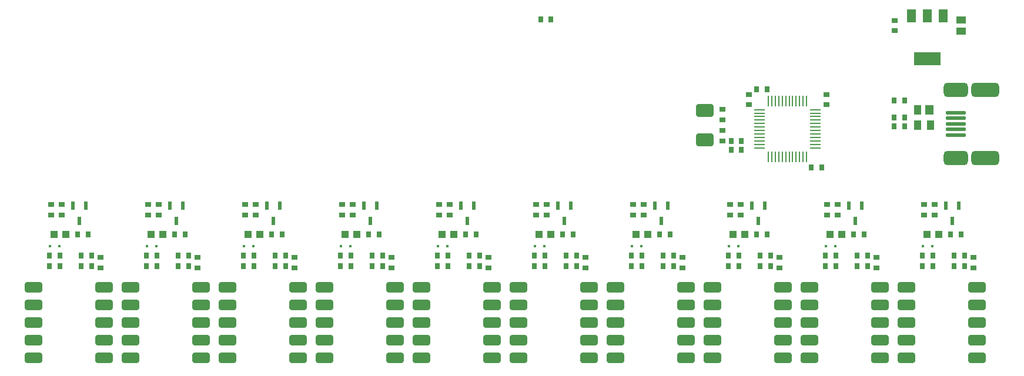
<source format=gtp>
G04 Layer_Color=7318015*
%FSAX44Y44*%
%MOMM*%
G71*
G01*
G75*
%ADD10R,0.7870X0.8680*%
G04:AMPARAMS|DCode=11|XSize=2.54mm|YSize=1.524mm|CornerRadius=0.381mm|HoleSize=0mm|Usage=FLASHONLY|Rotation=0.000|XOffset=0mm|YOffset=0mm|HoleType=Round|Shape=RoundedRectangle|*
%AMROUNDEDRECTD11*
21,1,2.5400,0.7620,0,0,0.0*
21,1,1.7780,1.5240,0,0,0.0*
1,1,0.7620,0.8890,-0.3810*
1,1,0.7620,-0.8890,-0.3810*
1,1,0.7620,-0.8890,0.3810*
1,1,0.7620,0.8890,0.3810*
%
%ADD11ROUNDEDRECTD11*%
%ADD12R,0.8680X0.7870*%
%ADD13R,0.6000X1.1500*%
%ADD14R,1.0000X1.0000*%
%ADD15R,0.4000X0.4000*%
%ADD16R,1.3208X1.0795*%
G04:AMPARAMS|DCode=19|XSize=1.9mm|YSize=2.6mm|CornerRadius=0.475mm|HoleSize=0mm|Usage=FLASHONLY|Rotation=90.000|XOffset=0mm|YOffset=0mm|HoleType=Round|Shape=RoundedRectangle|*
%AMROUNDEDRECTD19*
21,1,1.9000,1.6500,0,0,90.0*
21,1,0.9500,2.6000,0,0,90.0*
1,1,0.9500,0.8250,0.4750*
1,1,0.9500,0.8250,-0.4750*
1,1,0.9500,-0.8250,-0.4750*
1,1,0.9500,-0.8250,0.4750*
%
%ADD19ROUNDEDRECTD19*%
G04:AMPARAMS|DCode=20|XSize=2.8mm|YSize=0.5mm|CornerRadius=0.125mm|HoleSize=0mm|Usage=FLASHONLY|Rotation=0.000|XOffset=0mm|YOffset=0mm|HoleType=Round|Shape=RoundedRectangle|*
%AMROUNDEDRECTD20*
21,1,2.8000,0.2500,0,0,0.0*
21,1,2.5500,0.5000,0,0,0.0*
1,1,0.2500,1.2750,-0.1250*
1,1,0.2500,-1.2750,-0.1250*
1,1,0.2500,-1.2750,0.1250*
1,1,0.2500,1.2750,0.1250*
%
%ADD20ROUNDEDRECTD20*%
G04:AMPARAMS|DCode=21|XSize=3.5mm|YSize=2.05mm|CornerRadius=0.5125mm|HoleSize=0mm|Usage=FLASHONLY|Rotation=0.000|XOffset=0mm|YOffset=0mm|HoleType=Round|Shape=RoundedRectangle|*
%AMROUNDEDRECTD21*
21,1,3.5000,1.0250,0,0,0.0*
21,1,2.4750,2.0500,0,0,0.0*
1,1,1.0250,1.2375,-0.5125*
1,1,1.0250,-1.2375,-0.5125*
1,1,1.0250,-1.2375,0.5125*
1,1,1.0250,1.2375,0.5125*
%
%ADD21ROUNDEDRECTD21*%
G04:AMPARAMS|DCode=22|XSize=4mm|YSize=2.05mm|CornerRadius=0.5125mm|HoleSize=0mm|Usage=FLASHONLY|Rotation=0.000|XOffset=0mm|YOffset=0mm|HoleType=Round|Shape=RoundedRectangle|*
%AMROUNDEDRECTD22*
21,1,4.0000,1.0250,0,0,0.0*
21,1,2.9750,2.0500,0,0,0.0*
1,1,1.0250,1.4875,-0.5125*
1,1,1.0250,-1.4875,-0.5125*
1,1,1.0250,-1.4875,0.5125*
1,1,1.0250,1.4875,0.5125*
%
%ADD22ROUNDEDRECTD22*%
G04:AMPARAMS|DCode=23|XSize=3.5mm|YSize=2.05mm|CornerRadius=0.5125mm|HoleSize=0mm|Usage=FLASHONLY|Rotation=0.000|XOffset=0mm|YOffset=0mm|HoleType=Round|Shape=RoundedRectangle|*
%AMROUNDEDRECTD23*
21,1,3.5000,1.0250,0,0,0.0*
21,1,2.4750,2.0500,0,0,0.0*
1,1,1.0250,1.2375,-0.5125*
1,1,1.0250,-1.2375,-0.5125*
1,1,1.0250,-1.2375,0.5125*
1,1,1.0250,1.2375,0.5125*
%
%ADD23ROUNDEDRECTD23*%
%ADD24R,1.2000X1.4000*%
%ADD25R,1.0000X1.4000*%
%ADD26O,0.2500X1.5500*%
%ADD27O,1.5500X0.2500*%
G36*
X01352956Y00661327D02*
X01340256D01*
Y00680377D01*
X01352956D01*
Y00661327D01*
D02*
G37*
G36*
X01388770Y00599349D02*
X01350670D01*
Y00618399D01*
X01388770D01*
Y00599349D01*
D02*
G37*
G36*
X01399184Y00661327D02*
X01386484D01*
Y00680377D01*
X01399184D01*
Y00661327D01*
D02*
G37*
G36*
X01376070D02*
X01363370D01*
Y00680377D01*
X01376070D01*
Y00661327D01*
D02*
G37*
D10*
X00827920Y00665480D02*
D03*
X00812920D02*
D03*
X01337190Y00511810D02*
D03*
X01322190D02*
D03*
X01337190Y00524510D02*
D03*
X01322190D02*
D03*
X01337190Y00548640D02*
D03*
X01322190D02*
D03*
X01362830Y00309880D02*
D03*
X01377830D02*
D03*
X01362830Y00325120D02*
D03*
X01377830D02*
D03*
X01423550Y00309880D02*
D03*
X01408550D02*
D03*
X01423550Y00325120D02*
D03*
X01408550D02*
D03*
X01403470Y00355600D02*
D03*
X01418470D02*
D03*
X01223130Y00309880D02*
D03*
X01238130D02*
D03*
X01223130Y00325120D02*
D03*
X01238130D02*
D03*
X01283850Y00309880D02*
D03*
X01268850D02*
D03*
X01283850Y00325120D02*
D03*
X01268850D02*
D03*
X01263770Y00355600D02*
D03*
X01278770D02*
D03*
X01083430Y00309880D02*
D03*
X01098430D02*
D03*
X01083430Y00325120D02*
D03*
X01098430D02*
D03*
X01144150Y00309880D02*
D03*
X01129150D02*
D03*
X01144150Y00325120D02*
D03*
X01129150D02*
D03*
X01124070Y00355600D02*
D03*
X01139070D02*
D03*
X00943730Y00309880D02*
D03*
X00958730D02*
D03*
X00943730Y00325120D02*
D03*
X00958730D02*
D03*
X01004450Y00309880D02*
D03*
X00989450D02*
D03*
X01004450Y00325120D02*
D03*
X00989450D02*
D03*
X00984370Y00355600D02*
D03*
X00999370D02*
D03*
X00804030Y00309880D02*
D03*
X00819030D02*
D03*
X00804030Y00325120D02*
D03*
X00819030D02*
D03*
X00864750Y00309880D02*
D03*
X00849750D02*
D03*
X00864750Y00325120D02*
D03*
X00849750D02*
D03*
X00844670Y00355600D02*
D03*
X00859670D02*
D03*
X00664330Y00309880D02*
D03*
X00679330D02*
D03*
X00664330Y00325120D02*
D03*
X00679330D02*
D03*
X00725050Y00309880D02*
D03*
X00710050D02*
D03*
X00725050Y00325120D02*
D03*
X00710050D02*
D03*
X00704970Y00355600D02*
D03*
X00719970D02*
D03*
X00524630Y00309880D02*
D03*
X00539630D02*
D03*
X00524630Y00325120D02*
D03*
X00539630D02*
D03*
X00585350Y00309880D02*
D03*
X00570350D02*
D03*
X00585350Y00325120D02*
D03*
X00570350D02*
D03*
X00565270Y00355600D02*
D03*
X00580270D02*
D03*
X00384930Y00309880D02*
D03*
X00399930D02*
D03*
X00384930Y00325120D02*
D03*
X00399930D02*
D03*
X00445650Y00309880D02*
D03*
X00430650D02*
D03*
X00445650Y00325120D02*
D03*
X00430650D02*
D03*
X00425570Y00355600D02*
D03*
X00440570D02*
D03*
X00245230Y00309880D02*
D03*
X00260230D02*
D03*
X00245230Y00325120D02*
D03*
X00260230D02*
D03*
X00305950Y00309880D02*
D03*
X00290950D02*
D03*
X00305950Y00325120D02*
D03*
X00290950D02*
D03*
X00285870Y00355600D02*
D03*
X00300870D02*
D03*
X00105530Y00309880D02*
D03*
X00120530D02*
D03*
X00105530Y00325120D02*
D03*
X00120530D02*
D03*
X00166250Y00309880D02*
D03*
X00151250D02*
D03*
X00166250Y00325120D02*
D03*
X00151250D02*
D03*
X00146170Y00355600D02*
D03*
X00161170D02*
D03*
X01087240Y00477520D02*
D03*
X01102240D02*
D03*
X01124070Y00565150D02*
D03*
X01139070D02*
D03*
X01217810Y00452120D02*
D03*
X01202810D02*
D03*
X01102240Y00490220D02*
D03*
X01087240D02*
D03*
D11*
X01441450Y00279400D02*
D03*
Y00254000D02*
D03*
Y00228600D02*
D03*
Y00203200D02*
D03*
Y00177800D02*
D03*
X01339850D02*
D03*
Y00203200D02*
D03*
Y00228600D02*
D03*
Y00254000D02*
D03*
Y00279400D02*
D03*
X01301750D02*
D03*
Y00254000D02*
D03*
Y00228600D02*
D03*
Y00203200D02*
D03*
Y00177800D02*
D03*
X01200150D02*
D03*
Y00203200D02*
D03*
Y00228600D02*
D03*
Y00254000D02*
D03*
Y00279400D02*
D03*
X01162050D02*
D03*
Y00254000D02*
D03*
Y00228600D02*
D03*
Y00203200D02*
D03*
Y00177800D02*
D03*
X01060450D02*
D03*
Y00203200D02*
D03*
Y00228600D02*
D03*
Y00254000D02*
D03*
Y00279400D02*
D03*
X01022350D02*
D03*
Y00254000D02*
D03*
Y00228600D02*
D03*
Y00203200D02*
D03*
Y00177800D02*
D03*
X00920750D02*
D03*
Y00203200D02*
D03*
Y00228600D02*
D03*
Y00254000D02*
D03*
Y00279400D02*
D03*
X00882650D02*
D03*
Y00254000D02*
D03*
Y00228600D02*
D03*
Y00203200D02*
D03*
Y00177800D02*
D03*
X00781050D02*
D03*
Y00203200D02*
D03*
Y00228600D02*
D03*
Y00254000D02*
D03*
Y00279400D02*
D03*
X00742950D02*
D03*
Y00254000D02*
D03*
Y00228600D02*
D03*
Y00203200D02*
D03*
Y00177800D02*
D03*
X00641350D02*
D03*
Y00203200D02*
D03*
Y00228600D02*
D03*
Y00254000D02*
D03*
Y00279400D02*
D03*
X00603250D02*
D03*
Y00254000D02*
D03*
Y00228600D02*
D03*
Y00203200D02*
D03*
Y00177800D02*
D03*
X00501650D02*
D03*
Y00203200D02*
D03*
Y00228600D02*
D03*
Y00254000D02*
D03*
Y00279400D02*
D03*
X00463550D02*
D03*
Y00254000D02*
D03*
Y00228600D02*
D03*
Y00203200D02*
D03*
Y00177800D02*
D03*
X00361950D02*
D03*
Y00203200D02*
D03*
Y00228600D02*
D03*
Y00254000D02*
D03*
Y00279400D02*
D03*
X00323850D02*
D03*
Y00254000D02*
D03*
Y00228600D02*
D03*
Y00203200D02*
D03*
Y00177800D02*
D03*
X00222250D02*
D03*
Y00203200D02*
D03*
Y00228600D02*
D03*
Y00254000D02*
D03*
Y00279400D02*
D03*
X00184150D02*
D03*
Y00254000D02*
D03*
Y00228600D02*
D03*
Y00203200D02*
D03*
Y00177800D02*
D03*
X00082550D02*
D03*
Y00203200D02*
D03*
Y00228600D02*
D03*
Y00254000D02*
D03*
Y00279400D02*
D03*
D12*
X01380490Y00383660D02*
D03*
Y00398660D02*
D03*
X01365250D02*
D03*
Y00383660D02*
D03*
X01436370Y00322460D02*
D03*
Y00307460D02*
D03*
X01240790Y00383660D02*
D03*
Y00398660D02*
D03*
X01225550D02*
D03*
Y00383660D02*
D03*
X01296670Y00322460D02*
D03*
Y00307460D02*
D03*
X01101090Y00383660D02*
D03*
Y00398660D02*
D03*
X01085850D02*
D03*
Y00383660D02*
D03*
X01156970Y00322460D02*
D03*
Y00307460D02*
D03*
X00961390Y00383660D02*
D03*
Y00398660D02*
D03*
X00946150D02*
D03*
Y00383660D02*
D03*
X01017270Y00322460D02*
D03*
Y00307460D02*
D03*
X00821690Y00383660D02*
D03*
Y00398660D02*
D03*
X00806450D02*
D03*
Y00383660D02*
D03*
X00877570Y00322460D02*
D03*
Y00307460D02*
D03*
X00681990Y00383660D02*
D03*
Y00398660D02*
D03*
X00666750D02*
D03*
Y00383660D02*
D03*
X00737870Y00322460D02*
D03*
Y00307460D02*
D03*
X00542290Y00383660D02*
D03*
Y00398660D02*
D03*
X00527050D02*
D03*
Y00383660D02*
D03*
X00598170Y00322460D02*
D03*
Y00307460D02*
D03*
X00402590Y00383660D02*
D03*
Y00398660D02*
D03*
X00387350D02*
D03*
Y00383660D02*
D03*
X00458470Y00322460D02*
D03*
Y00307460D02*
D03*
X00262890Y00383660D02*
D03*
Y00398660D02*
D03*
X00247650D02*
D03*
Y00383660D02*
D03*
X00318770Y00322460D02*
D03*
Y00307460D02*
D03*
X00123190Y00383660D02*
D03*
Y00398660D02*
D03*
X00107950D02*
D03*
Y00383660D02*
D03*
X00179070Y00322460D02*
D03*
Y00307460D02*
D03*
X01322920Y00649064D02*
D03*
Y00664064D02*
D03*
X01112520Y00557410D02*
D03*
Y00542410D02*
D03*
X01224280Y00557410D02*
D03*
Y00542410D02*
D03*
X01074420Y00505340D02*
D03*
Y00490340D02*
D03*
Y00520820D02*
D03*
Y00535820D02*
D03*
D13*
X01415390Y00397330D02*
D03*
X01396390D02*
D03*
X01405890Y00374830D02*
D03*
X01275690Y00397330D02*
D03*
X01256690D02*
D03*
X01266190Y00374830D02*
D03*
X01135990Y00397330D02*
D03*
X01116990D02*
D03*
X01126490Y00374830D02*
D03*
X00996290Y00397330D02*
D03*
X00977290D02*
D03*
X00986790Y00374830D02*
D03*
X00856590Y00397330D02*
D03*
X00837590D02*
D03*
X00847090Y00374830D02*
D03*
X00716890Y00397330D02*
D03*
X00697890D02*
D03*
X00707390Y00374830D02*
D03*
X00577190Y00397330D02*
D03*
X00558190D02*
D03*
X00567690Y00374830D02*
D03*
X00437490Y00397330D02*
D03*
X00418490D02*
D03*
X00427990Y00374830D02*
D03*
X00297790Y00397330D02*
D03*
X00278790D02*
D03*
X00288290Y00374830D02*
D03*
X00158090Y00397330D02*
D03*
X00139090D02*
D03*
X00148590Y00374830D02*
D03*
D14*
X01386450Y00355600D02*
D03*
X01369450D02*
D03*
X01246750D02*
D03*
X01229750D02*
D03*
X01107050D02*
D03*
X01090050D02*
D03*
X00967350D02*
D03*
X00950350D02*
D03*
X00827650D02*
D03*
X00810650D02*
D03*
X00687950D02*
D03*
X00670950D02*
D03*
X00548250D02*
D03*
X00531250D02*
D03*
X00408550D02*
D03*
X00391550D02*
D03*
X00268850D02*
D03*
X00251850D02*
D03*
X00129150D02*
D03*
X00112150D02*
D03*
D15*
X01363330Y00339090D02*
D03*
X01377330D02*
D03*
X01223630D02*
D03*
X01237630D02*
D03*
X01083930D02*
D03*
X01097930D02*
D03*
X00944230D02*
D03*
X00958230D02*
D03*
X00804530D02*
D03*
X00818530D02*
D03*
X00664830D02*
D03*
X00678830D02*
D03*
X00525130D02*
D03*
X00539130D02*
D03*
X00385430D02*
D03*
X00399430D02*
D03*
X00245730D02*
D03*
X00259730D02*
D03*
X00106030D02*
D03*
X00120030D02*
D03*
D16*
X01418170Y00648690D02*
D03*
Y00664438D02*
D03*
D19*
X01049020Y00491580D02*
D03*
Y00534580D02*
D03*
D20*
X01410970Y00515110D02*
D03*
Y00531110D02*
D03*
Y00523110D02*
D03*
Y00499110D02*
D03*
Y00507110D02*
D03*
D21*
X01410720Y00564360D02*
D03*
D22*
X01453220D02*
D03*
Y00465860D02*
D03*
D23*
X01410720D02*
D03*
D24*
X01372750Y00535510D02*
D03*
D25*
X01355750D02*
D03*
Y00513510D02*
D03*
X01374750D02*
D03*
D26*
X01140900Y00548250D02*
D03*
X01145900D02*
D03*
X01150900Y00548250D02*
D03*
X01155900Y00548250D02*
D03*
X01160900D02*
D03*
X01165900Y00548250D02*
D03*
X01170900D02*
D03*
X01175900Y00548250D02*
D03*
X01180900D02*
D03*
X01185900Y00548250D02*
D03*
X01190900Y00548250D02*
D03*
X01195900D02*
D03*
Y00467750D02*
D03*
X01190900D02*
D03*
X01185900Y00467750D02*
D03*
X01180900Y00467750D02*
D03*
X01175900D02*
D03*
X01170900Y00467750D02*
D03*
X01165900Y00467750D02*
D03*
X01160900D02*
D03*
X01155900D02*
D03*
X01150900Y00467750D02*
D03*
X01145900Y00467750D02*
D03*
X01140900D02*
D03*
D27*
X01208650Y00535500D02*
D03*
Y00530500D02*
D03*
X01208650Y00525500D02*
D03*
X01208650Y00520500D02*
D03*
Y00515500D02*
D03*
X01208650Y00510500D02*
D03*
Y00505500D02*
D03*
X01208650Y00500500D02*
D03*
Y00495500D02*
D03*
X01208650Y00490500D02*
D03*
X01208650Y00485500D02*
D03*
Y00480500D02*
D03*
X01128150D02*
D03*
Y00485500D02*
D03*
X01128150Y00490500D02*
D03*
X01128150Y00495500D02*
D03*
Y00500500D02*
D03*
Y00505500D02*
D03*
X01128150Y00510500D02*
D03*
X01128150Y00515500D02*
D03*
Y00520500D02*
D03*
X01128150Y00525500D02*
D03*
X01128150Y00530500D02*
D03*
Y00535500D02*
D03*
M02*

</source>
